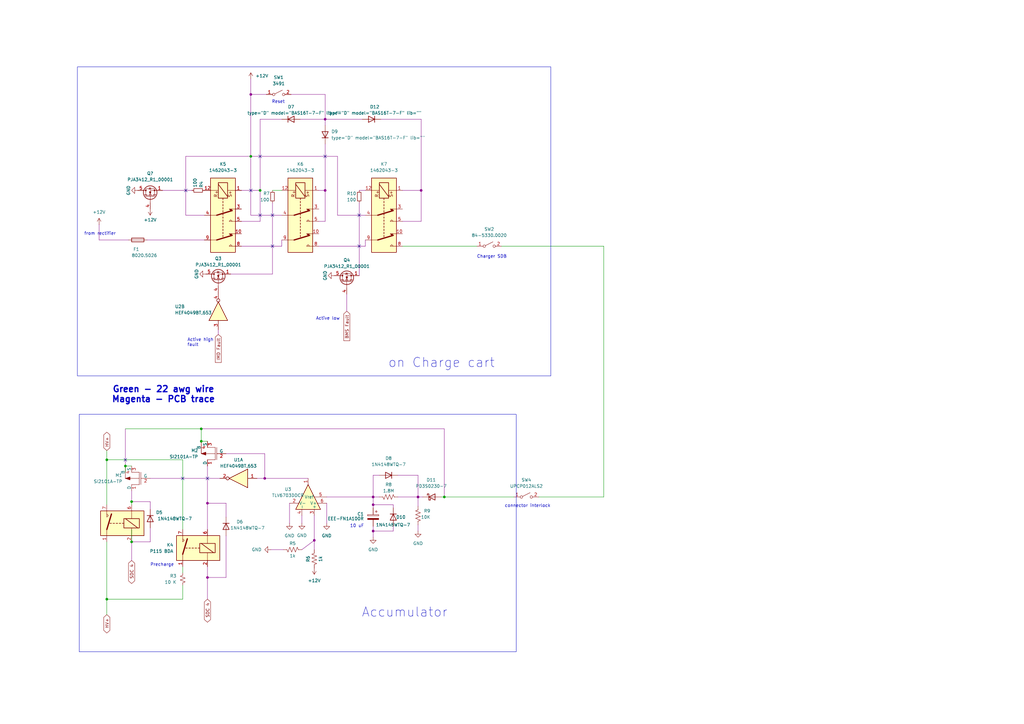
<source format=kicad_sch>
(kicad_sch (version 20231120) (generator "eeschema") (generator_version "8.0")
  (paper "A3")
  (lib_symbols
    (symbol "+12V_1" (power) (pin_numbers hide) (pin_names (offset 0) hide)
      (property "Value" "+12V" (at 0 3.556 0))
      (symbol "+12V_1_0_1"
        (polyline (pts (xy -0.762 1.27) (xy 0 2.54)))
        (polyline (pts (xy 0 0) (xy 0 2.54)))
        (polyline (pts (xy 0 2.54) (xy 0.762 1.27)))
      )
      (symbol "+12V_1_1_1"
        (pin power_in line (at 0 0 90) (length 0) (name "~") (number "1"))
      )
    )
    (symbol "74xx:74AHC04"
      (property "Reference" "U" (at 0 1.27 0))
      (property "Value" "74AHC04" (at 0 -1.27 0))
      (symbol "74AHC04_1_0"
        (polyline (pts (xy -3.81 3.81) (xy -3.81 -3.81) (xy 3.81 0) (xy -3.81 3.81)) (stroke (width 0.254)) (fill (type background)))
        (pin input line (at -7.62 0 0) (length 3.81) (name "~") (number "1"))
        (pin output inverted (at 7.62 0 180) (length 3.81) (name "~") (number "2"))
      )
      (symbol "74AHC04_2_0"
        (polyline (pts (xy -3.81 3.81) (xy -3.81 -3.81) (xy 3.81 0) (xy -3.81 3.81)) (stroke (width 0.254)) (fill (type background)))
        (pin input line (at -7.62 0 0) (length 3.81) (name "~") (number "3"))
        (pin output inverted (at 7.62 0 180) (length 3.81) (name "~") (number "4"))
      )
      (symbol "74AHC04_3_0"
        (polyline (pts (xy -3.81 3.81) (xy -3.81 -3.81) (xy 3.81 0) (xy -3.81 3.81)) (stroke (width 0.254)) (fill (type background)))
        (pin input line (at -7.62 0 0) (length 3.81) (name "~") (number "5"))
        (pin output inverted (at 7.62 0 180) (length 3.81) (name "~") (number "6"))
      )
      (symbol "74AHC04_4_0"
        (polyline (pts (xy -3.81 3.81) (xy -3.81 -3.81) (xy 3.81 0) (xy -3.81 3.81)) (stroke (width 0.254)) (fill (type background)))
        (pin output inverted (at 7.62 0 180) (length 3.81) (name "~") (number "8"))
        (pin input line (at -7.62 0 0) (length 3.81) (name "~") (number "9"))
      )
      (symbol "74AHC04_5_0"
        (polyline (pts (xy -3.81 3.81) (xy -3.81 -3.81) (xy 3.81 0) (xy -3.81 3.81)) (stroke (width 0.254)) (fill (type background)))
        (pin output inverted (at 7.62 0 180) (length 3.81) (name "~") (number "10"))
        (pin input line (at -7.62 0 0) (length 3.81) (name "~") (number "11"))
      )
      (symbol "74AHC04_6_0"
        (polyline (pts (xy -3.81 3.81) (xy -3.81 -3.81) (xy 3.81 0) (xy -3.81 3.81)) (stroke (width 0.254)) (fill (type background)))
        (pin output inverted (at 7.62 0 180) (length 3.81) (name "~") (number "12"))
        (pin input line (at -7.62 0 0) (length 3.81) (name "~") (number "13"))
      )
      (symbol "74AHC04_7_0"
        (pin power_in line (at 0 12.7 270) (length 5.08) (name "VCC") (number "14"))
        (pin power_in line (at 0 -12.7 90) (length 5.08) (name "GND") (number "7"))
      )
      (symbol "74AHC04_7_1"
        (rectangle (start -5.08 7.62) (end 5.08 -7.62) (stroke (width 0.254)) (fill (type background)))
      )
    )
    (symbol "74xx:74AHCT04"
      (property "Reference" "U" (at 0 1.27 0))
      (property "Value" "74AHCT04" (at 0 -1.27 0))
      (symbol "74AHCT04_1_0"
        (polyline (pts (xy -3.81 3.81) (xy -3.81 -3.81) (xy 3.81 0) (xy -3.81 3.81)) (stroke (width 0.254)) (fill (type background)))
        (pin input line (at -7.62 0 0) (length 3.81) (name "~") (number "1"))
        (pin output inverted (at 7.62 0 180) (length 3.81) (name "~") (number "2"))
      )
      (symbol "74AHCT04_2_0"
        (polyline (pts (xy -3.81 3.81) (xy -3.81 -3.81) (xy 3.81 0) (xy -3.81 3.81)) (stroke (width 0.254)) (fill (type background)))
        (pin input line (at -7.62 0 0) (length 3.81) (name "~") (number "3"))
        (pin output inverted (at 7.62 0 180) (length 3.81) (name "~") (number "4"))
      )
      (symbol "74AHCT04_3_0"
        (polyline (pts (xy -3.81 3.81) (xy -3.81 -3.81) (xy 3.81 0) (xy -3.81 3.81)) (stroke (width 0.254)) (fill (type background)))
        (pin input line (at -7.62 0 0) (length 3.81) (name "~") (number "5"))
        (pin output inverted (at 7.62 0 180) (length 3.81) (name "~") (number "6"))
      )
      (symbol "74AHCT04_4_0"
        (polyline (pts (xy -3.81 3.81) (xy -3.81 -3.81) (xy 3.81 0) (xy -3.81 3.81)) (stroke (width 0.254)) (fill (type background)))
        (pin output inverted (at 7.62 0 180) (length 3.81) (name "~") (number "8"))
        (pin input line (at -7.62 0 0) (length 3.81) (name "~") (number "9"))
      )
      (symbol "74AHCT04_5_0"
        (polyline (pts (xy -3.81 3.81) (xy -3.81 -3.81) (xy 3.81 0) (xy -3.81 3.81)) (stroke (width 0.254)) (fill (type background)))
        (pin output inverted (at 7.62 0 180) (length 3.81) (name "~") (number "10"))
        (pin input line (at -7.62 0 0) (length 3.81) (name "~") (number "11"))
      )
      (symbol "74AHCT04_6_0"
        (polyline (pts (xy -3.81 3.81) (xy -3.81 -3.81) (xy 3.81 0) (xy -3.81 3.81)) (stroke (width 0.254)) (fill (type background)))
        (pin output inverted (at 7.62 0 180) (length 3.81) (name "~") (number "12"))
        (pin input line (at -7.62 0 0) (length 3.81) (name "~") (number "13"))
      )
      (symbol "74AHCT04_7_0"
        (pin power_in line (at 0 12.7 270) (length 5.08) (name "VCC") (number "14"))
        (pin power_in line (at 0 -12.7 90) (length 5.08) (name "GND") (number "7"))
      )
      (symbol "74AHCT04_7_1"
        (rectangle (start -5.08 7.62) (end 5.08 -7.62) (stroke (width 0.254)) (fill (type background)))
      )
    )
    (symbol "Comparator:MCP65R41" (pin_names (offset 0.127))
      (property "Reference" "U" (at 1.27 3.81 0))
      (property "Value" "MCP65R41" (at 6.35 -3.81 0))
      (symbol "MCP65R41_0_1"
        (polyline (pts (xy -5.08 5.08) (xy -5.08 -5.08) (xy 5.08 0) (xy -5.08 5.08)) (stroke (width 0.254)) (fill (type background)))
      )
      (symbol "MCP65R41_1_1"
        (pin output line (at 7.62 0 180) (length 2.54) (name "~") (number "1"))
        (pin power_in line (at -2.54 -7.62 90) (length 3.81) (name "V-") (number "2"))
        (pin input line (at -7.62 2.54 0) (length 2.54) (name "+") (number "3"))
        (pin input line (at -7.62 -2.54 0) (length 2.54) (name "-") (number "4"))
        (pin power_out line (at 0 7.62 270) (length 5.08) (name "Vref") (number "5"))
        (pin power_in line (at -2.54 7.62 270) (length 3.81) (name "V+") (number "6"))
      )
    )
    (symbol "Device:C_Polarized" (pin_numbers hide) (pin_names (offset 0.254))
      (property "Reference" "C" (at 0.635 2.54 0))
      (property "Value" "C_Polarized" (at 0.635 -2.54 0))
      (symbol "C_Polarized_0_1"
        (rectangle (start -2.286 0.508) (end 2.286 1.016))
        (polyline (pts (xy -1.778 2.286) (xy -0.762 2.286)))
        (polyline (pts (xy -1.27 2.794) (xy -1.27 1.778)))
        (rectangle (start 2.286 -0.508) (end -2.286 -1.016) (fill (type outline)))
      )
      (symbol "C_Polarized_1_1"
        (pin passive line (at 0 3.81 270) (length 2.794) (name "~") (number "1"))
        (pin passive line (at 0 -3.81 90) (length 2.794) (name "~") (number "2"))
      )
    )
    (symbol "Device:D_Schottky" (pin_numbers hide) (pin_names (offset 1.016) hide)
      (property "Reference" "D" (at 0 2.54 0))
      (property "Value" "D_Schottky" (at 0 -2.54 0))
      (symbol "D_Schottky_0_1"
        (polyline (pts (xy 1.27 0) (xy -1.27 0)))
        (polyline (pts (xy 1.27 1.27) (xy 1.27 -1.27) (xy -1.27 0) (xy 1.27 1.27)) (stroke (width 0.254)))
        (polyline (pts (xy -1.905 0.635) (xy -1.905 1.27) (xy -1.27 1.27) (xy -1.27 -1.27) (xy -0.635 -1.27) (xy -0.635 -0.635)) (stroke (width 0.254)))
      )
      (symbol "D_Schottky_1_1"
        (pin passive line (at -3.81 0 0) (length 2.54) (name "K") (number "1"))
        (pin passive line (at 3.81 0 180) (length 2.54) (name "A") (number "2"))
      )
    )
    (symbol "Device:Fuse" (pin_numbers hide) (pin_names (offset 0))
      (property "Reference" "F" (at 2.032 0 90))
      (property "Value" "Fuse" (at -1.905 0 90))
      (symbol "Fuse_0_1"
        (rectangle (start -0.762 -2.54) (end 0.762 2.54) (stroke (width 0.254)))
        (polyline (pts (xy 0 2.54) (xy 0 -2.54)))
      )
      (symbol "Fuse_1_1"
        (pin passive line (at 0 3.81 270) (length 1.27) (name "~") (number "1"))
        (pin passive line (at 0 -3.81 90) (length 1.27) (name "~") (number "2"))
      )
    )
    (symbol "Device:R_Small" (pin_numbers hide) (pin_names (offset 0.254) hide)
      (property "Reference" "R" (at 0.762 0.508 0))
      (property "Value" "R_Small" (at 0.762 -1.016 0))
      (symbol "R_Small_0_1"
        (rectangle (start -0.762 1.778) (end 0.762 -1.778) (stroke (width 0.2032)))
      )
      (symbol "R_Small_1_1"
        (pin passive line (at 0 2.54 270) (length 0.762) (name "~") (number "1"))
        (pin passive line (at 0 -2.54 90) (length 0.762) (name "~") (number "2"))
      )
    )
    (symbol "Device:R_Small_US" (pin_numbers hide) (pin_names (offset 0.254) hide)
      (property "Reference" "R" (at 0.762 0.508 0))
      (property "Value" "R_Small_US" (at 0.762 -1.016 0))
      (symbol "R_Small_US_1_1"
        (polyline (pts (xy 0 0) (xy 1.016 -0.381) (xy 0 -0.762) (xy -1.016 -1.143) (xy 0 -1.524)))
        (polyline (pts (xy 0 1.524) (xy 1.016 1.143) (xy 0 0.762) (xy -1.016 0.381) (xy 0 0)))
        (pin passive line (at 0 2.54 270) (length 1.016) (name "~") (number "1"))
        (pin passive line (at 0 -2.54 90) (length 1.016) (name "~") (number "2"))
      )
    )
    (symbol "Device:R_US" (pin_numbers hide) (pin_names (offset 0))
      (property "Reference" "R" (at 2.54 0 90))
      (property "Value" "R_US" (at -2.54 0 90))
      (symbol "R_US_0_1"
        (polyline (pts (xy 0 -2.286) (xy 0 -2.54)))
        (polyline (pts (xy 0 2.286) (xy 0 2.54)))
        (polyline (pts (xy 0 -0.762) (xy 1.016 -1.143) (xy 0 -1.524) (xy -1.016 -1.905) (xy 0 -2.286)))
        (polyline (pts (xy 0 0.762) (xy 1.016 0.381) (xy 0 0) (xy -1.016 -0.381) (xy 0 -0.762)))
        (polyline (pts (xy 0 2.286) (xy 1.016 1.905) (xy 0 1.524) (xy -1.016 1.143) (xy 0 0.762)))
      )
      (symbol "R_US_1_1"
        (pin passive line (at 0 3.81 270) (length 1.27) (name "~") (number "1"))
        (pin passive line (at 0 -3.81 90) (length 1.27) (name "~") (number "2"))
      )
    )
    (symbol "Diode:BAV302" (pin_numbers hide) (pin_names hide)
      (property "Reference" "D" (at 0 2.54 0))
      (property "Value" "BAV302" (at 0 -2.54 0))
      (symbol "BAV302_0_1"
        (polyline (pts (xy -1.27 1.27) (xy -1.27 -1.27)) (stroke (width 0.254)))
        (polyline (pts (xy 1.27 0) (xy -1.27 0)))
        (polyline (pts (xy 1.27 1.27) (xy 1.27 -1.27) (xy -1.27 0) (xy 1.27 1.27)) (stroke (width 0.254)))
      )
      (symbol "BAV302_1_1"
        (pin passive line (at -3.81 0 0) (length 2.54) (name "K") (number "1"))
        (pin passive line (at 3.81 0 180) (length 2.54) (name "A") (number "2"))
      )
    )
    (symbol "Relay:DIPxx-1Axx-11x"
      (property "Reference" "K" (at 8.89 3.81 0))
      (property "Value" "DIPxx-1Axx-11x" (at 8.89 1.27 0))
      (symbol "DIPxx-1Axx-11x_0_0"
        (polyline (pts (xy 5.08 5.08) (xy 5.08 2.54) (xy 4.445 3.175) (xy 5.08 3.81)))
      )
      (symbol "DIPxx-1Axx-11x_0_1"
        (rectangle (start -10.16 5.08) (end 7.62 -5.08) (stroke (width 0.254)) (fill (type background)))
        (rectangle (start -8.255 1.905) (end -1.905 -1.905) (stroke (width 0.254)))
        (polyline (pts (xy -7.62 -1.905) (xy -2.54 1.905)) (stroke (width 0.254)))
        (polyline (pts (xy -5.08 -5.08) (xy -5.08 -1.905)))
        (polyline (pts (xy -5.08 5.08) (xy -5.08 1.905)))
        (polyline (pts (xy -1.905 0) (xy -1.27 0)) (stroke (width 0.254)))
        (polyline (pts (xy -0.635 0) (xy 0 0)) (stroke (width 0.254)))
        (polyline (pts (xy 0.635 0) (xy 1.27 0)) (stroke (width 0.254)))
        (polyline (pts (xy 1.905 0) (xy 2.54 0)) (stroke (width 0.254)))
        (polyline (pts (xy 3.175 0) (xy 3.81 0)) (stroke (width 0.254)))
        (polyline (pts (xy 5.08 -2.54) (xy 3.175 3.81)) (stroke (width 0.508)))
        (polyline (pts (xy 5.08 -2.54) (xy 5.08 -5.08)))
      )
      (symbol "DIPxx-1Axx-11x_1_1"
        (pin passive line (at 5.08 -7.62 90) (length 2.54) (name "~") (number "1"))
        (pin passive line (at 5.08 -7.62 90) (length 2.54) hide (name "~") (number "14"))
        (pin passive line (at -5.08 -7.62 90) (length 2.54) (name "~") (number "2"))
        (pin passive line (at -5.08 7.62 270) (length 2.54) (name "~") (number "6"))
        (pin passive line (at 5.08 7.62 270) (length 2.54) (name "~") (number "7"))
        (pin passive line (at 5.08 7.62 270) (length 2.54) hide (name "~") (number "8"))
      )
    )
    (symbol "Relay:EE2-4.5SNUX"
      (property "Reference" "K" (at 15.24 8.89 0))
      (property "Value" "EE2-4.5SNUX" (at 20.32 6.35 0))
      (symbol "EE2-4.5SNUX_1_1"
        (rectangle (start -15.24 5.08) (end 15.24 -5.08) (stroke (width 0.254)) (fill (type background)))
        (rectangle (start -13.335 1.905) (end -6.985 -1.905) (stroke (width 0.254)))
        (polyline (pts (xy -12.7 -1.905) (xy -7.62 1.905)) (stroke (width 0.254)))
        (polyline (pts (xy -10.16 -5.08) (xy -10.16 -1.905)))
        (polyline (pts (xy -10.16 5.08) (xy -10.16 1.905)))
        (polyline (pts (xy -6.985 0) (xy -6.35 0)) (stroke (width 0.254)))
        (polyline (pts (xy -5.715 0) (xy -5.08 0)) (stroke (width 0.254)))
        (polyline (pts (xy -4.445 0) (xy -3.81 0)) (stroke (width 0.254)))
        (polyline (pts (xy -3.175 0) (xy -2.54 0)) (stroke (width 0.254)))
        (polyline (pts (xy -1.905 0) (xy -1.27 0)) (stroke (width 0.254)))
        (polyline (pts (xy -0.635 0) (xy 0 0)) (stroke (width 0.254)))
        (polyline (pts (xy 0 -2.54) (xy -1.905 3.81)) (stroke (width 0.508)))
        (polyline (pts (xy 0 -2.54) (xy 0 -5.08)))
        (polyline (pts (xy 0.635 0) (xy 1.27 0)) (stroke (width 0.254)))
        (polyline (pts (xy 1.905 0) (xy 2.54 0)) (stroke (width 0.254)))
        (polyline (pts (xy 3.175 0) (xy 3.81 0)) (stroke (width 0.254)))
        (polyline (pts (xy 4.445 0) (xy 5.08 0)) (stroke (width 0.254)))
        (polyline (pts (xy 5.715 0) (xy 6.35 0)) (stroke (width 0.254)))
        (polyline (pts (xy 6.985 0) (xy 7.62 0)) (stroke (width 0.254)))
        (polyline (pts (xy 8.255 0) (xy 8.89 0)) (stroke (width 0.254)))
        (polyline (pts (xy 10.16 -2.54) (xy 8.255 3.81)) (stroke (width 0.508)))
        (polyline (pts (xy 10.16 -2.54) (xy 10.16 -5.08)))
        (polyline (pts (xy -2.54 5.08) (xy -2.54 2.54) (xy -1.905 3.175) (xy -2.54 3.81)) (fill (type outline)))
        (polyline (pts (xy 2.54 5.08) (xy 2.54 2.54) (xy 1.905 3.175) (xy 2.54 3.81)))
        (polyline (pts (xy 7.62 5.08) (xy 7.62 2.54) (xy 8.255 3.175) (xy 7.62 3.81)) (fill (type outline)))
        (polyline (pts (xy 12.7 5.08) (xy 12.7 2.54) (xy 12.065 3.175) (xy 12.7 3.81)))
        (text "+" (at -9.398 -2.667 0) (effects (font (size 1.27 1.27))))
        (text "+" (at -9.271 2.921 0) (effects (font (size 1.27 1.27))))
        (text "R" (at -8.001 -2.921 0) (effects (font (size 1.27 1.27))))
        (text "S" (at -8.001 2.921 0) (effects (font (size 1.27 1.27))))
        (pin passive line (at -10.16 7.62 270) (length 2.54) (name "~") (number "1"))
        (pin passive line (at 7.62 7.62 270) (length 2.54) (name "~") (number "10"))
        (pin passive line (at -10.16 -7.62 90) (length 2.54) (name "~") (number "12"))
        (pin passive line (at -2.54 7.62 270) (length 2.54) (name "~") (number "3"))
        (pin passive line (at 0 -7.62 90) (length 2.54) (name "~") (number "4"))
        (pin passive line (at 2.54 7.62 270) (length 2.54) (name "~") (number "5"))
        (pin passive line (at 12.7 7.62 270) (length 2.54) (name "~") (number "8"))
        (pin passive line (at 10.16 -7.62 90) (length 2.54) (name "~") (number "9"))
      )
    )
    (symbol "Simulation_SPICE:DIODE" (pin_numbers hide) (pin_names (offset 1.016) hide)
      (property "Reference" "D" (at 0 2.54 0))
      (property "Value" "DIODE" (at 0 -2.54 0))
      (symbol "DIODE_0_1"
        (polyline (pts (xy 1.27 0) (xy -1.27 0)))
        (polyline (pts (xy 1.27 1.27) (xy 1.27 -1.27)) (stroke (width 0.254)))
        (polyline (pts (xy -1.27 -1.27) (xy -1.27 1.27) (xy 1.27 0) (xy -1.27 -1.27)) (stroke (width 0.254)))
      )
      (symbol "DIODE_1_1"
        (pin passive line (at -3.81 0 0) (length 2.54) (name "A") (number "1"))
        (pin passive line (at 3.81 0 180) (length 2.54) (name "K") (number "2"))
      )
    )
    (symbol "Switch:SW_SPST" (pin_names (offset 0) hide)
      (property "Reference" "SW" (at 0 3.175 0))
      (property "Value" "SW_SPST" (at 0 -2.54 0))
      (symbol "SW_SPST_0_0"
        (circle (center -2.032 0) (radius 0.508))
        (polyline (pts (xy -1.524 0.254) (xy 1.524 1.778)))
        (circle (center 2.032 0) (radius 0.508))
      )
      (symbol "SW_SPST_1_1"
        (pin passive line (at -5.08 0 0) (length 2.54) (name "A") (number "1"))
        (pin passive line (at 5.08 0 180) (length 2.54) (name "B") (number "2"))
      )
    )
    (symbol "Transistor_FET:BUK7M8R0-40EX" (pin_names hide)
      (property "Reference" "Q" (at 5.08 1.905 0))
      (property "Value" "BUK7M8R0-40EX" (at 5.08 0 0))
      (symbol "BUK7M8R0-40EX_0_1"
        (polyline (pts (xy 0.254 0) (xy -2.54 0)))
        (polyline (pts (xy 0.254 1.905) (xy 0.254 -1.905)) (stroke (width 0.254)))
        (polyline (pts (xy 0.762 -1.27) (xy 0.762 -2.286)) (stroke (width 0.254)))
        (polyline (pts (xy 0.762 0.508) (xy 0.762 -0.508)) (stroke (width 0.254)))
        (polyline (pts (xy 0.762 2.286) (xy 0.762 1.27)) (stroke (width 0.254)))
        (polyline (pts (xy 2.54 2.54) (xy 2.54 1.778)))
        (polyline (pts (xy 2.54 -2.54) (xy 2.54 0) (xy 0.762 0)))
        (polyline (pts (xy 0.762 -1.778) (xy 3.302 -1.778) (xy 3.302 1.778) (xy 0.762 1.778)))
        (polyline (pts (xy 1.016 0) (xy 2.032 0.381) (xy 2.032 -0.381) (xy 1.016 0)) (fill (type outline)))
        (polyline (pts (xy 2.794 0.508) (xy 2.921 0.381) (xy 3.683 0.381) (xy 3.81 0.254)))
        (polyline (pts (xy 3.302 0.381) (xy 2.921 -0.254) (xy 3.683 -0.254) (xy 3.302 0.381)))
        (circle (center 1.651 0) (radius 2.794) (stroke (width 0.254)))
        (circle (center 2.54 -1.778) (radius 0.254) (fill (type outline)))
        (circle (center 2.54 1.778) (radius 0.254) (fill (type outline)))
      )
      (symbol "BUK7M8R0-40EX_1_1"
        (pin passive line (at 2.54 -5.08 90) (length 2.54) (name "S") (number "1"))
        (pin passive line (at 2.54 -5.08 90) (length 2.54) hide (name "S") (number "2"))
        (pin passive line (at 2.54 -5.08 90) (length 2.54) hide (name "S") (number "3"))
        (pin passive line (at -5.08 0 0) (length 2.54) (name "G") (number "4"))
        (pin passive line (at 2.54 5.08 270) (length 2.54) (name "D") (number "5"))
      )
    )
    (symbol "power:+12V" (power) (pin_names (offset 0))
      (property "Value" "+12V" (at 0 3.556 0))
      (symbol "+12V_0_1"
        (polyline (pts (xy -0.762 1.27) (xy 0 2.54)))
        (polyline (pts (xy 0 0) (xy 0 2.54)))
        (polyline (pts (xy 0 2.54) (xy 0.762 1.27)))
      )
      (symbol "+12V_1_1"
        (pin power_in line (at 0 0 90) (length 0) hide (name "+12V") (number "1"))
      )
    )
    (symbol "power:+5V" (power) (pin_names (offset 0))
      (property "Value" "+5V" (at 0 3.556 0))
      (symbol "+5V_0_1"
        (polyline (pts (xy -0.762 1.27) (xy 0 2.54)))
        (polyline (pts (xy 0 0) (xy 0 2.54)))
        (polyline (pts (xy 0 2.54) (xy 0.762 1.27)))
      )
      (symbol "+5V_1_1"
        (pin power_in line (at 0 0 90) (length 0) hide (name "+5V") (number "1"))
      )
    )
    (symbol "power:GND" (power) (pin_names (offset 0))
      (property "Value" "GND" (at 0 -3.81 0))
      (symbol "GND_0_1"
        (polyline (pts (xy 0 0) (xy 0 -1.27) (xy 1.27 -1.27) (xy 0 -2.54) (xy -1.27 -1.27) (xy 0 -1.27)))
      )
      (symbol "GND_1_1"
        (pin power_in line (at 0 0 270) (length 0) hide (name "GND") (number "1"))
      )
    )
    (symbol "pspice:MPMOS" (pin_names (offset 0))
      (property "Reference" "M" (at 7.62 1.27 0))
      (property "Value" "MPMOS" (at 7.62 -1.27 0))
      (symbol "MPMOS_0_1"
        (polyline (pts (xy -1.27 2.54) (xy -1.27 -2.54)))
        (polyline (pts (xy -0.635 -2.54) (xy 2.54 -2.54)))
        (polyline (pts (xy 2.54 2.54) (xy -0.635 2.54)))
        (polyline (pts (xy 5.08 0) (xy -0.635 0)))
        (polyline (pts (xy 5.08 0) (xy 3.175 0.635) (xy 3.175 -0.635) (xy 5.08 0)) (fill (type outline)))
      )
      (symbol "MPMOS_1_1"
        (polyline (pts (xy -0.635 -2.54) (xy -0.635 2.54)))
        (pin passive line (at 2.54 -5.08 90) (length 2.54) (name "D") (number "1"))
        (pin input line (at -5.08 0 0) (length 3.81) (name "G") (number "2"))
        (pin passive line (at 2.54 5.08 270) (length 2.54) (name "S") (number "3"))
        (pin input line (at 5.08 5.08 270) (length 5.08) (name "B") (number "4"))
      )
    )
  )
  (junction (at 82.55 180.975))
  (junction (at 133.35 48.895) (color 132 0 132 1))
  (junction (at 85.09 236.855) (color 132 0 132 1))
  (junction (at 128.905 221.615) (color 132 0 132 1))
  (junction (at 106.68 78.105))
  (junction (at 171.45 203.835) (color 132 0 132 1))
  (junction (at 153.035 207.01) (color 132 0 132 1))
  (junction (at 43.815 188.595))
  (junction (at 43.815 245.745))
  (junction (at 172.72 78.105) (color 132 0 132 1))
  (junction (at 182.245 203.835))
  (junction (at 51.435 191.135))
  (junction (at 53.975 205.74))
  (junction (at 53.975 222.25))
  (junction (at 153.035 217.805) (color 132 0 132 1))
  (junction (at 102.87 64.135))
  (junction (at 82.55 175.895))
  (junction (at 85.09 206.375) (color 132 0 132 1))
  (junction (at 153.035 203.835) (color 132 0 132 1))
  (junction (at 108.585 196.215) (color 132 0 132 1))
  (junction (at 133.35 78.105) (color 132 0 132 1))
  (junction (at 102.87 38.735) (color 132 0 132 1))
  (no_connect (at 74.93 196.215))
  (no_connect (at 102.87 78.105))
  (no_connect (at 76.2 78.105))
  (no_connect (at 85.09 196.215))
  (no_connect (at 147.32 100.965))
  (no_connect (at 147.32 88.265))
  (no_connect (at 51.435 188.595))
  (no_connect (at 111.76 88.265))
  (no_connect (at 133.35 64.135))
  (no_connect (at 106.68 64.135))
  (no_connect (at 111.76 100.965))
  (no_connect (at 106.68 88.265))
  (wire (pts (xy 102.87 64.135) (xy 138.43 64.135)) (stroke (width 0) (color 132 0 132 1)))
  (wire (pts (xy 115.57 100.965) (xy 115.57 98.425)) (stroke (width 0) (color 132 0 132 1)))
  (wire (pts (xy 40.64 92.075) (xy 40.64 98.425)) (stroke (width 0) (color 132 0 132 1)))
  (wire (pts (xy 220.98 203.835) (xy 247.65 203.835)))
  (wire (pts (xy 133.35 48.895) (xy 123.19 48.895)) (stroke (width 0) (color 132 0 132 1)))
  (wire (pts (xy 115.57 48.895) (xy 106.68 48.895)) (stroke (width 0) (color 132 0 132 1)))
  (wire (pts (xy 205.74 100.965) (xy 247.65 100.965)))
  (wire (pts (xy 40.64 98.425) (xy 52.705 98.425)) (stroke (width 0) (color 132 0 132 1)))
  (wire (pts (xy 43.815 184.785) (xy 43.815 188.595)))
  (wire (pts (xy 182.245 175.895) (xy 82.55 175.895)) (stroke (width 0) (color 132 0 132 1)))
  (wire (pts (xy 108.585 186.055) (xy 108.585 196.215)) (stroke (width 0) (color 132 0 132 1)))
  (wire (pts (xy 161.29 217.805) (xy 153.035 217.805)) (stroke (width 0) (color 132 0 132 1)))
  (wire (pts (xy 85.09 236.855) (xy 85.09 245.745)) (stroke (width 0) (color 132 0 132 1)))
  (wire (pts (xy 142.24 120.65) (xy 142.24 127.635)) (stroke (width 0) (color 132 0 132 1)))
  (wire (pts (xy 138.43 88.265) (xy 149.86 88.265)) (stroke (width 0) (color 132 0 132 1)))
  (wire (pts (xy 165.1 90.805) (xy 172.72 90.805)) (stroke (width 0) (color 132 0 132 1)))
  (wire (pts (xy 82.55 175.895) (xy 51.435 175.895)))
  (wire (pts (xy 161.29 207.01) (xy 153.035 207.01)) (stroke (width 0) (color 132 0 132 1)))
  (wire (pts (xy 116.205 225.425) (xy 111.125 225.425)) (stroke (width 0) (color 132 0 132 1)))
  (wire (pts (xy 74.93 245.745) (xy 43.815 245.745)))
  (wire (pts (xy 43.815 222.25) (xy 43.815 245.745)))
  (wire (pts (xy 153.035 207.01) (xy 153.035 208.28)) (stroke (width 0) (color 132 0 132 1)))
  (wire (pts (xy 53.975 222.25) (xy 53.975 229.87)) (stroke (width 0) (color 132 0 132 1)))
  (wire (pts (xy 111.76 83.185) (xy 111.76 112.395)) (stroke (width 0) (color 132 0 132 1)))
  (wire (pts (xy 153.035 194.945) (xy 155.575 194.945)) (stroke (width 0) (color 132 0 132 1)))
  (wire (pts (xy 171.45 194.945) (xy 171.45 203.835)) (stroke (width 0) (color 132 0 132 1)))
  (wire (pts (xy 102.87 64.135) (xy 102.87 88.265)) (stroke (width 0) (color 132 0 132 1)))
  (wire (pts (xy 171.45 215.265) (xy 171.45 217.805)) (stroke (width 0) (color 132 0 132 1)))
  (wire (pts (xy 153.035 203.835) (xy 153.035 194.945)) (stroke (width 0) (color 132 0 132 1)))
  (wire (pts (xy 165.1 100.965) (xy 195.58 100.965)))
  (wire (pts (xy 74.93 232.41) (xy 74.93 234.95)))
  (wire (pts (xy 172.72 78.105) (xy 165.1 78.105)) (stroke (width 0) (color 132 0 132 1)))
  (wire (pts (xy 61.595 205.74) (xy 53.975 205.74)) (stroke (width 0) (color 132 0 132 1)))
  (wire (pts (xy 149.86 100.965) (xy 149.86 98.425)) (stroke (width 0) (color 132 0 132 1)))
  (wire (pts (xy 133.35 90.805) (xy 133.35 78.105)) (stroke (width 0) (color 132 0 132 1)))
  (wire (pts (xy 153.035 207.01) (xy 153.035 203.835)) (stroke (width 0) (color 132 0 132 1)))
  (wire (pts (xy 106.68 90.805) (xy 106.68 78.105)) (stroke (width 0) (color 132 0 132 1)))
  (wire (pts (xy 53.975 205.74) (xy 53.975 201.295)) (stroke (width 0) (color 132 0 132 1)))
  (wire (pts (xy 133.35 59.055) (xy 133.35 78.105)) (stroke (width 0) (color 132 0 132 1)))
  (wire (pts (xy 128.905 221.615) (xy 123.825 225.425)) (stroke (width 0) (color 132 0 132 1)))
  (wire (pts (xy 153.035 203.835) (xy 133.985 203.835)) (stroke (width 0) (color 132 0 132 1)))
  (wire (pts (xy 133.35 48.895) (xy 133.35 51.435)) (stroke (width 0) (color 132 0 132 1)))
  (wire (pts (xy 119.38 38.735) (xy 133.35 38.735)) (stroke (width 0) (color 132 0 132 1)))
  (wire (pts (xy 182.245 203.835) (xy 210.82 203.835)))
  (wire (pts (xy 138.43 64.135) (xy 138.43 88.265)) (stroke (width 0) (color 132 0 132 1)))
  (wire (pts (xy 147.32 78.105) (xy 149.86 78.105)) (stroke (width 0) (color 132 0 132 1)))
  (wire (pts (xy 172.72 90.805) (xy 172.72 78.105)) (stroke (width 0) (color 132 0 132 1)))
  (wire (pts (xy 53.975 222.25) (xy 61.595 222.25)) (stroke (width 0) (color 132 0 132 1)))
  (wire (pts (xy 53.975 217.17) (xy 53.975 222.25)))
  (wire (pts (xy 61.595 222.25) (xy 61.595 216.535)) (stroke (width 0) (color 132 0 132 1)))
  (wire (pts (xy 102.87 32.385) (xy 102.87 38.735)) (stroke (width 0) (color 132 0 132 1)))
  (wire (pts (xy 126.365 196.215) (xy 108.585 196.215)) (stroke (width 0) (color 132 0 132 1)))
  (wire (pts (xy 247.65 100.965) (xy 247.65 203.835)))
  (wire (pts (xy 102.87 88.265) (xy 115.57 88.265)) (stroke (width 0) (color 132 0 132 1)))
  (wire (pts (xy 153.035 217.805) (xy 153.035 220.345)) (stroke (width 0) (color 132 0 132 1)))
  (wire (pts (xy 51.435 191.135) (xy 51.435 193.675)))
  (wire (pts (xy 106.68 78.105) (xy 99.06 78.105)) (stroke (width 0) (color 132 0 132 1)))
  (wire (pts (xy 102.87 64.135) (xy 76.2 64.135)) (stroke (width 0) (color 132 0 132 1)))
  (wire (pts (xy 92.71 236.855) (xy 85.09 236.855)) (stroke (width 0) (color 132 0 132 1)))
  (wire (pts (xy 111.76 112.395) (xy 94.615 112.395)) (stroke (width 0) (color 132 0 132 1)))
  (wire (pts (xy 133.985 206.375) (xy 133.985 214.63)) (stroke (width 0) (color 132 0 132 1)))
  (wire (pts (xy 85.09 206.375) (xy 85.09 217.17)) (stroke (width 0) (color 132 0 132 1)))
  (wire (pts (xy 76.2 64.135) (xy 76.2 88.265)) (stroke (width 0) (color 132 0 132 1)))
  (wire (pts (xy 89.535 135.255) (xy 89.535 137.16)) (stroke (width 0) (color 132 0 132 1)))
  (wire (pts (xy 74.93 188.595) (xy 74.93 217.17)))
  (wire (pts (xy 43.815 188.595) (xy 43.815 207.01)))
  (wire (pts (xy 171.45 203.835) (xy 171.45 207.645)) (stroke (width 0) (color 132 0 132 1)))
  (wire (pts (xy 108.585 196.215) (xy 105.41 196.215)) (stroke (width 0) (color 132 0 132 1)))
  (wire (pts (xy 161.29 207.01) (xy 161.29 208.28)) (stroke (width 0) (color 132 0 132 1)))
  (wire (pts (xy 128.905 211.455) (xy 128.905 221.615)) (stroke (width 0) (color 132 0 132 1)))
  (wire (pts (xy 130.81 100.965) (xy 149.86 100.965)) (stroke (width 0) (color 132 0 132 1)))
  (wire (pts (xy 133.35 48.895) (xy 148.59 48.895)) (stroke (width 0) (color 132 0 132 1)))
  (wire (pts (xy 182.245 175.895) (xy 182.245 203.835)) (stroke (width 0) (color 132 0 132 1)))
  (wire (pts (xy 182.245 203.835) (xy 180.975 203.835)))
  (wire (pts (xy 78.74 78.105) (xy 66.675 78.105)) (stroke (width 0) (color 132 0 132 1)))
  (wire (pts (xy 106.68 48.895) (xy 106.68 78.105)) (stroke (width 0) (color 132 0 132 1)))
  (wire (pts (xy 102.87 38.735) (xy 109.22 38.735)) (stroke (width 0) (color 132 0 132 1)))
  (wire (pts (xy 92.71 206.375) (xy 85.09 206.375)) (stroke (width 0) (color 132 0 132 1)))
  (wire (pts (xy 43.815 245.745) (xy 43.815 252.095)))
  (wire (pts (xy 74.93 240.03) (xy 74.93 245.745)))
  (wire (pts (xy 171.45 203.835) (xy 163.195 203.835)) (stroke (width 0) (color 132 0 132 1)))
  (wire (pts (xy 99.06 100.965) (xy 115.57 100.965)) (stroke (width 0) (color 132 0 132 1)))
  (wire (pts (xy 85.09 232.41) (xy 85.09 236.855)) (stroke (width 0) (color 132 0 132 1)))
  (wire (pts (xy 128.905 221.615) (xy 128.905 225.425)) (stroke (width 0) (color 132 0 132 1)))
  (wire (pts (xy 153.035 217.805) (xy 153.035 215.9)) (stroke (width 0) (color 132 0 132 1)))
  (wire (pts (xy 60.325 98.425) (xy 83.82 98.425)) (stroke (width 0) (color 132 0 132 1)))
  (wire (pts (xy 123.825 211.455) (xy 123.825 214.5487)) (stroke (width 0) (color 132 0 132 1)))
  (wire (pts (xy 173.355 203.835) (xy 171.45 203.835)) (stroke (width 0) (color 132 0 132 1)))
  (wire (pts (xy 53.975 205.74) (xy 53.975 207.01)))
  (wire (pts (xy 133.35 78.105) (xy 130.81 78.105)) (stroke (width 0) (color 132 0 132 1)))
  (wire (pts (xy 156.21 48.895) (xy 172.72 48.895)) (stroke (width 0) (color 132 0 132 1)))
  (wire (pts (xy 99.06 90.805) (xy 106.68 90.805)) (stroke (width 0) (color 132 0 132 1)))
  (wire (pts (xy 133.35 38.735) (xy 133.35 48.895)) (stroke (width 0) (color 132 0 132 1)))
  (wire (pts (xy 51.435 175.895) (xy 51.435 191.135)) (stroke (width 0) (color 132 0 132 1)))
  (wire (pts (xy 102.87 38.735) (xy 102.87 64.135)) (stroke (width 0) (color 132 0 132 1)))
  (wire (pts (xy 74.93 188.595) (xy 43.815 188.595)))
  (wire (pts (xy 161.29 217.805) (xy 161.29 215.9)) (stroke (width 0) (color 132 0 132 1)))
  (wire (pts (xy 85.09 180.975) (xy 82.55 180.975)))
  (wire (pts (xy 85.09 191.135) (xy 85.09 206.375)) (stroke (width 0) (color 132 0 132 1)))
  (wire (pts (xy 90.17 196.215) (xy 61.595 196.215)) (stroke (width 0) (color 132 0 132 1)))
  (wire (pts (xy 92.71 236.855) (xy 92.71 219.71)) (stroke (width 0) (color 132 0 132 1)))
  (wire (pts (xy 111.76 78.105) (xy 115.57 78.105)))
  (wire (pts (xy 61.595 208.915) (xy 61.595 205.74)) (stroke (width 0) (color 132 0 132 1)))
  (wire (pts (xy 172.72 48.895) (xy 172.72 78.105)) (stroke (width 0) (color 132 0 132 1)))
  (wire (pts (xy 92.71 212.09) (xy 92.71 206.375)) (stroke (width 0) (color 132 0 132 1)))
  (wire (pts (xy 82.55 175.895) (xy 82.55 180.975)))
  (wire (pts (xy 155.575 203.835) (xy 153.035 203.835)) (stroke (width 0) (color 132 0 132 1)))
  (wire (pts (xy 163.195 194.945) (xy 171.45 194.945)) (stroke (width 0) (color 132 0 132 1)))
  (wire (pts (xy 118.745 206.375) (xy 118.745 214.63)) (stroke (width 0) (color 132 0 132 1)))
  (wire (pts (xy 108.585 186.055) (xy 92.71 186.055)) (stroke (width 0) (color 132 0 132 1)))
  (wire (pts (xy 147.32 83.185) (xy 147.32 113.03)) (stroke (width 0) (color 132 0 132 1)))
  (wire (pts (xy 76.2 88.265) (xy 83.82 88.265)) (stroke (width 0) (color 132 0 132 1)))
  (wire (pts (xy 53.975 191.135) (xy 51.435 191.135)))
  (wire (pts (xy 130.81 90.805) (xy 133.35 90.805)) (stroke (width 0) (color 132 0 132 1)))
  (rectangle (start 32.512 169.926) (end 211.709 267.335))
  (rectangle (start 31.75 27.432) (end 225.933 154.178))
  (text "Active high\nfault" (at 76.835 142.24 0) (effects (font (size 1.27 1.27)) (justify left bottom)))
  (text "from rectifier" (at 41.021 95.885 0) (effects (font (size 1.27 1.27))))
  (text "10 uF\n" (at 143.51 216.535 0) (effects (font (size 1.27 1.27)) (justify left bottom)))
  (text "on Charge cart" (at 181.102 148.844 0) (effects (font (size 3.81 3.81))))
  (text "Charger SDB\n" (at 195.58 106.045 0) (effects (font (size 1.27 1.27)) (justify left bottom)))
  (text "connector interlock" (at 216.408 207.518 0) (effects (font (size 1.27 1.27))))
  (text "Active low" (at 129.54 131.445 0) (effects (font (size 1.27 1.27)) (justify left bottom)))
  (text "Green - 22 awg wire\nMagenta - PCB trace" (at 67.056 161.798 0) (effects (font (size 2.54 2.54) (thickness 0.508) (bold yes))))
  (text "Accumulator" (at 165.989 251.206 0) (effects (font (size 3.81 3.81))))
  (text "Precharge\n" (at 61.595 232.41 0) (effects (font (size 1.27 1.27)) (justify left bottom)))
  (text "Reset\n" (at 116.84 42.545 0) (effects (font (size 1.27 1.27)) (justify right bottom)))
  (global_label "SDC 4" (shape bidirectional) (at 53.975 229.87 270) (property "Intersheetrefs" "${INTERSHEET_REFS}" (effects (hide yes))))
  (global_label "HV+" (shape bidirectional) (at 43.815 184.785 90) (property "Intersheetrefs" "${INTERSHEET_REFS}" (effects (hide yes))))
  (global_label "SDC 4" (shape bidirectional) (at 85.09 245.745 270) (property "Intersheetrefs" "${INTERSHEET_REFS}" (effects (hide yes))))
  (global_label "IMD Fault" (shape input) (at 89.535 137.16 270) (property "Intersheetrefs" "${INTERSHEET_REFS}" (effects (hide yes))))
  (global_label "HV+" (shape bidirectional) (at 43.815 252.095 270) (property "Intersheetrefs" "${INTERSHEET_REFS}" (effects (hide yes))))
  (global_label "BMS Fault" (shape input) (at 142.24 127.635 270) (property "Intersheetrefs" "${INTERSHEET_REFS}" (effects (hide yes))))
  (symbol (lib_id "power:GND") (at 84.455 112.395 270) (unit 1)
    (property "Reference" "#PWR02" (effects (hide yes)))
    (property "Value" "GND" (at 80.645 112.395 0))
  )
  (symbol (lib_id "Device:R_US") (at 128.905 229.235 0) (mirror y) (unit 1)
    (property "Reference" "R6" (at 126.365 229.235 90))
    (property "Value" "1k" (at 131.445 229.235 90))
    (property "Footprint" "Resistor_SMD:R_4020_10251Metric" (effects (hide yes)))
    (property "Datasheet" "https://www.te.com/commerce/DocumentDelivery/DDEController?Action=srchrtrv&DocNm=1773204-7&DocType=DS&DocLang=English" (effects (hide yes)))
  )
  (symbol (lib_id "Transistor_FET:BUK7M8R0-40EX") (at 142.24 115.57 90) (unit 1)
    (property "Reference" "Q4" (at 142.24 106.68 90))
    (property "Value" "PJA3412_R1_00001" (at 142.24 109.22 90))
    (property "Footprint" "Package_TO_SOT_SMD:LFPAK33" (effects (hide yes)))
    (property "Datasheet" "https://assets.nexperia.com/documents/data-sheet/BUK7M8R0-40E.pdf" (effects (hide yes)))
  )
  (symbol (lib_id "Device:R_Small") (at 111.76 80.645 0) (unit 1)
    (property "Reference" "R7" (at 107.95 79.375 0) (effects (justify left)))
    (property "Value" "100" (at 106.68 81.915 0) (effects (justify left)))
  )
  (symbol (lib_id "Relay:DIPxx-1Axx-11x") (at 80.01 224.79 0) (mirror y) (unit 1)
    (property "Reference" "K4" (at 71.12 223.5199 0) (effects (justify left)))
    (property "Value" "P115 BDA" (at 71.12 226.0599 0) (effects (justify left)))
    (property "Footprint" "Relay_THT:Relay_StandexMeder_DIP_LowProfile" (effects (hide yes)))
    (property "Datasheet" "https://www.sensata.com/sites/default/files/a/sensata-gigavac-gv24-sereies-800v-contactors-datasheet.pdf" (effects (hide yes)))
  )
  (symbol (lib_id "Relay:EE2-4.5SNUX") (at 123.19 88.265 270) (unit 1)
    (property "Reference" "K6" (at 123.19 67.31 90))
    (property "Value" "1462043-3" (at 123.19 69.85 90))
    (property "Footprint" "Relay_SMD:Relay_DPDT_Kemet_EE2_NUX_NKX" (effects (hide yes)))
    (property "Datasheet" "https://content.kemet.com/datasheets/KEM_R7002_EC2_EE2.pdf" (effects (hide yes)))
  )
  (symbol (lib_id "power:GND") (at 111.125 225.425 270) (mirror x) (unit 1)
    (property "Reference" "#PWR01" (effects (hide yes)))
    (property "Value" "GND" (at 107.315 225.4249 90) (effects (justify right)))
  )
  (symbol (lib_id "power:GND") (at 153.035 220.345 0) (mirror y) (unit 1)
    (property "Reference" "#PWR011" (effects (hide yes)))
    (property "Value" "GND" (at 153.035 225.425 0))
  )
  (symbol (lib_id "74xx:74AHCT04") (at 97.79 196.215 0) (mirror y) (unit 1)
    (property "Reference" "U1" (at 97.79 188.595 0))
    (property "Value" "HEF4049BT,653" (at 97.79 191.135 0))
    (property "Footprint" "Connector_PinSocket_1.27mm:PinSocket_2x08_P1.27mm_Vertical_SMD" (effects (hide yes)))
    (property "Datasheet" "https://assets.nexperia.com/documents/data-sheet/74AHC_AHCT04.pdf" (effects (hide yes)))
  )
  (symbol (lib_id "Diode:BAV302") (at 161.29 212.09 270) (unit 1)
    (property "Reference" "D10" (at 166.37 212.09 90) (effects (justify right)))
    (property "Value" "1N4148WTQ-7" (at 168.275 215.265 90) (effects (justify right)))
    (property "Footprint" "Diode_SMD:D_SOD-523" (effects (hide yes)))
    (property "Datasheet" "https://www.diodes.com/assets/Datasheets/1N4148WT.pdf" (effects (hide yes)))
  )
  (symbol (lib_id "Device:R_Small") (at 81.28 78.105 270) (unit 1)
    (property "Reference" "R4" (at 82.55 74.295 0) (effects (justify left)))
    (property "Value" "100" (at 80.01 73.025 0) (effects (justify left)))
  )
  (symbol (lib_id "power:GND") (at 56.515 78.105 270) (unit 1)
    (property "Reference" "#PWR?" (effects (hide yes)))
    (property "Value" "GND" (at 52.705 78.105 0))
  )
  (symbol (lib_id "Switch:SW_SPST") (at 114.3 38.735 0) (unit 1)
    (property "Reference" "SW1" (at 114.3 31.75 0))
    (property "Value" "3491" (at 114.3 34.29 0))
  )
  (symbol (lib_id "Relay:EE2-4.5SNUX") (at 157.48 88.265 270) (unit 1)
    (property "Reference" "K7" (at 157.48 67.31 90))
    (property "Value" "1462043-3" (at 157.48 69.85 90))
    (property "Footprint" "Relay_SMD:Relay_DPDT_Kemet_EE2_NUX_NKX" (effects (hide yes)))
    (property "Datasheet" "https://content.kemet.com/datasheets/KEM_R7002_EC2_EE2.pdf" (effects (hide yes)))
  )
  (symbol (lib_name "+12V_1") (lib_id "power:+12V") (at 40.64 92.075 0) (unit 1)
    (property "Reference" "#PWR03" (effects (hide yes)))
    (property "Value" "+12V" (at 40.64 86.995 0))
    (property "Description" "Power symbol creates a global label with name \"+12V\"" (effects (hide yes)))
  )
  (symbol (lib_id "power:+5V") (at 102.87 32.385 0) (unit 1)
    (property "Reference" "#PWR07" (effects (hide yes)))
    (property "Value" "+12V" (at 104.775 31.1149 0) (effects (justify left)))
  )
  (symbol (lib_id "power:GND") (at 137.16 113.03 270) (unit 1)
    (property "Reference" "#PWR012" (effects (hide yes)))
    (property "Value" "GND" (at 133.35 113.03 0))
  )
  (symbol (lib_id "Device:R_US") (at 120.015 225.425 270) (mirror x) (unit 1)
    (property "Reference" "R5" (at 120.015 222.885 90))
    (property "Value" "1k" (at 120.015 227.965 90))
    (property "Footprint" "Resistor_SMD:R_4020_10251Metric" (effects (hide yes)))
    (property "Datasheet" "https://www.te.com/commerce/DocumentDelivery/DDEController?Action=srchrtrv&DocNm=1773204-7&DocType=DS&DocLang=English" (effects (hide yes)))
  )
  (symbol (lib_id "Device:C_Polarized") (at 153.035 212.09 0) (mirror y) (unit 1)
    (property "Reference" "C1" (at 149.225 210.82 0) (effects (justify left)))
    (property "Value" "EEE-FN1A100R" (at 149.225 212.725 0) (effects (justify left)))
    (property "Footprint" "Capacitor_SMD:C_Elec_4x5.8" (effects (hide yes)))
    (property "Datasheet" "https://api.pim.na.industrial.panasonic.com/file_stream/main/fileversion/9127" (effects (hide yes)))
  )
  (symbol (lib_id "pspice:MPMOS") (at 87.63 186.055 0) (mirror y) (unit 1)
    (property "Reference" "M2" (at 81.28 184.7849 0) (effects (justify left)))
    (property "Value" "SI2101A-TP" (at 81.28 187.3249 0) (effects (justify left)))
  )
  (symbol (lib_id "pspice:MPMOS") (at 56.515 196.215 0) (mirror y) (unit 1)
    (property "Reference" "M1" (at 50.165 194.9449 0) (effects (justify left)))
    (property "Value" "SI2101A-TP" (at 50.165 197.485 0) (effects (justify left)))
  )
  (symbol (lib_id "Diode:BAV302") (at 159.385 194.945 180) (unit 1)
    (property "Reference" "D8" (at 159.385 187.96 0))
    (property "Value" "1N4148WTQ-7" (at 159.385 190.5 0))
    (property "Footprint" "Diode_SMD:D_SOD-523" (effects (hide yes)))
    (property "Datasheet" "https://www.diodes.com/assets/Datasheets/1N4148WT.pdf" (effects (hide yes)))
  )
  (symbol (lib_id "Comparator:MCP65R41") (at 126.365 203.835 270) (mirror x) (unit 1)
    (property "Reference" "U3" (at 118.11 200.66 90))
    (property "Value" "TLV6703DDCR" (at 118.11 203.2 90))
    (property "Footprint" "Package_TO_SOT_SMD:SOT-23-6" (effects (hide yes)))
    (property "Datasheet" "http://ww1.microchip.com/downloads/en/DeviceDoc/22269B.pdf" (effects (hide yes)))
  )
  (symbol (lib_id "power:+12V") (at 61.595 85.725 0) (mirror x) (unit 1)
    (property "Reference" "#PWR?" (effects (hide yes)))
    (property "Value" "+12V" (at 61.595 90.17 0))
  )
  (symbol (lib_id "Switch:SW_SPST") (at 215.9 203.835 0) (unit 1)
    (property "Reference" "SW4" (at 215.9 196.85 0))
    (property "Value" "UPCP012ALS2" (at 215.9 199.39 0))
    (property "Description" "Single Pole Single Throw (SPST) switch" (effects (hide yes)))
  )
  (symbol (lib_id "Relay:DIPxx-1Axx-11x") (at 48.895 214.63 0) (mirror y) (unit 1)
    (property "Reference" "K2" (effects (hide yes)))
    (property "Value" "GV24 1BAX" (effects (hide yes)))
    (property "Footprint" "Relay_THT:Relay_StandexMeder_DIP_LowProfile" (effects (hide yes)))
    (property "Datasheet" "https://www.sensata.com/sites/default/files/a/sensata-gigavac-gv24-sereies-800v-contactors-datasheet.pdf" (effects (hide yes)))
  )
  (symbol (lib_id "Switch:SW_SPST") (at 200.66 100.965 0) (unit 1)
    (property "Reference" "SW2" (at 200.66 93.98 0))
    (property "Value" "84-5330.0020" (at 200.66 96.52 0))
  )
  (symbol (lib_id "Relay:EE2-4.5SNUX") (at 91.44 88.265 270) (unit 1)
    (property "Reference" "K5" (at 91.44 67.31 90))
    (property "Value" "1462043-3" (at 91.44 69.85 90))
    (property "Footprint" "Relay_SMD:Relay_DPDT_Kemet_EE2_NUX_NKX" (effects (hide yes)))
    (property "Datasheet" "https://content.kemet.com/datasheets/KEM_R7002_EC2_EE2.pdf" (effects (hide yes)))
  )
  (symbol (lib_id "Simulation_SPICE:DIODE") (at 133.35 55.245 270) (unit 1)
    (property "Reference" "D9" (at 135.89 53.9749 90) (effects (justify left)))
    (property "Value" "${SIM.PARAMS}" (at 135.89 56.5149 90) (effects (justify left)))
    (property "Sim.Device" "SPICE" (effects (hide yes)))
    (property "Sim.Params" "type=\"D\" model=\"BAS16T-7-F\" lib=\"\"" (effects (hide yes)))
    (property "Sim.Pins" "1=1 2=2" (effects (hide yes)))
  )
  (symbol (lib_id "power:GND") (at 118.745 214.63 0) (mirror y) (unit 1)
    (property "Reference" "#PWR04" (effects (hide yes)))
    (property "Value" "GND" (at 118.745 219.71 0))
  )
  (symbol (lib_id "power:GND") (at 171.45 217.805 0) (mirror y) (unit 1)
    (property "Reference" "#PWR013" (effects (hide yes)))
    (property "Value" "GND" (at 171.45 222.885 0))
  )
  (symbol (lib_id "Device:R_US") (at 171.45 211.455 0) (mirror x) (unit 1)
    (property "Reference" "R9" (at 176.53 209.55 0) (effects (justify right)))
    (property "Value" "10K" (at 176.53 212.09 0) (effects (justify right)))
    (property "Footprint" "Resistor_SMD:R_2010_5025Metric" (effects (hide yes)))
    (property "Datasheet" "https://www.vishay.com/docs/20043/crcwhpe3.pdf" (effects (hide yes)))
  )
  (symbol (lib_id "Diode:BAV302") (at 61.595 212.725 270) (unit 1)
    (property "Reference" "D5" (at 66.675 210.185 90) (effects (justify right)))
    (property "Value" "1N4148WTQ-7" (at 78.74 212.725 90) (effects (justify right)))
    (property "Footprint" "Diode_SMD:D_SOD-523" (effects (hide yes)))
    (property "Datasheet" "https://www.diodes.com/assets/Datasheets/1N4148WT.pdf" (effects (hide yes)))
  )
  (symbol (lib_id "Device:R_Small") (at 147.32 80.645 0) (unit 1)
    (property "Reference" "R10" (at 142.24 79.375 0) (effects (justify left)))
    (property "Value" "100" (at 142.24 81.915 0) (effects (justify left)))
  )
  (symbol (lib_id "Simulation_SPICE:DIODE") (at 152.4 48.895 0) (unit 1)
    (property "Reference" "D12" (at 153.67 43.815 0))
    (property "Value" "${SIM.PARAMS}" (at 153.67 46.355 0))
    (property "Sim.Device" "SPICE" (effects (hide yes)))
    (property "Sim.Params" "type=\"D\" model=\"BAS16T-7-F\" lib=\"\"" (effects (hide yes)))
    (property "Sim.Pins" "1=1 2=2" (effects (hide yes)))
  )
  (symbol (lib_id "power:GND") (at 123.825 214.5487 0) (mirror y) (unit 1)
    (property "Reference" "#PWR05" (effects (hide yes)))
    (property "Value" "GND" (at 123.825 219.6287 0))
  )
  (symbol (lib_id "Diode:BAV302") (at 92.71 215.9 90) (mirror x) (unit 1)
    (property "Reference" "D6" (at 99.695 213.995 90) (effects (justify left)))
    (property "Value" "1N4148WTQ-7" (at 108.585 216.535 90) (effects (justify left)))
    (property "Footprint" "Diode_SMD:D_SOD-523" (effects (hide yes)))
    (property "Datasheet" "https://www.diodes.com/assets/Datasheets/1N4148WT.pdf" (effects (hide yes)))
  )
  (symbol (lib_id "Device:R_US") (at 159.385 203.835 270) (mirror x) (unit 1)
    (property "Reference" "R8" (at 159.385 198.755 90))
    (property "Value" "1.8M" (at 159.385 201.295 90))
    (property "Footprint" "Resistor_SMD:R_2010_5025Metric_Pad1.40x2.65mm_HandSolder" (effects (hide yes)))
    (property "Datasheet" "https://industrial.panasonic.com/cdbs/www-data/pdf/RDA0000/AOA0000C301.pdf" (effects (hide yes)))
  )
  (symbol (lib_id "Device:Fuse") (at 56.515 98.425 270) (unit 1)
    (property "Reference" "F1" (at 54.61 102.235 90) (effects (justify left)))
    (property "Value" "8020.5026" (at 53.975 104.775 90) (effects (justify left)))
  )
  (symbol (lib_id "Transistor_FET:BUK7M8R0-40EX") (at 61.595 80.645 90) (unit 1)
    (property "Reference" "Q?" (at 61.595 71.12 90))
    (property "Value" "PJA3412_R1_00001" (at 61.595 73.66 90))
    (property "Footprint" "Package_TO_SOT_SMD:LFPAK33" (effects (hide yes)))
    (property "Datasheet" "https://assets.nexperia.com/documents/data-sheet/BUK7M8R0-40E.pdf" (effects (hide yes)))
  )
  (symbol (lib_id "Device:D_Schottky") (at 177.165 203.835 0) (unit 1)
    (property "Reference" "D11" (at 176.8475 196.85 0))
    (property "Value" "PD3S0230-7" (at 176.8475 199.39 0))
    (property "Footprint" "Diode_SMD:D_PowerDI-123" (effects (hide yes)))
    (property "Datasheet" "https://www.diodes.com/assets/Datasheets/ds30722.pdf" (effects (hide yes)))
  )
  (symbol (lib_id "Device:R_Small_US") (at 74.93 237.49 0) (mirror y) (unit 1)
    (property "Reference" "R3" (at 72.39 236.2199 0) (effects (justify left)))
    (property "Value" "10 K" (at 72.39 238.7599 0) (effects (justify left)))
    (property "Footprint" "Resistor_SMD:R_1812_4532Metric_Pad1.30x3.40mm_HandSolder" (effects (hide yes)))
    (property "Datasheet" "https://www.bourns.com/docs/Product-Datasheets/PWR163.pdf" (effects (hide yes)))
  )
  (symbol (lib_id "74xx:74AHC04") (at 89.535 127.635 90) (unit 2)
    (property "Reference" "U2" (at 71.755 125.73 90) (effects (justify right)))
    (property "Value" "HEF4049BT,653" (at 71.755 128.27 90) (effects (justify right)))
    (property "Datasheet" "https://assets.nexperia.com/documents/data-sheet/74AHC_AHCT04.pdf" (effects (hide yes)))
  )
  (symbol (lib_id "Simulation_SPICE:DIODE") (at 119.38 48.895 0) (mirror y) (unit 1)
    (property "Reference" "D7" (at 119.38 43.815 0))
    (property "Value" "${SIM.PARAMS}" (at 120.65 46.355 0))
    (property "Sim.Device" "SPICE" (effects (hide yes)))
    (property "Sim.Params" "type=\"D\" model=\"BAS16T-7-F\" lib=\"\"" (effects (hide yes)))
    (property "Sim.Pins" "1=1 2=2" (effects (hide yes)))
  )
  (symbol (lib_id "Transistor_FET:BUK7M8R0-40EX") (at 89.535 114.935 90) (unit 1)
    (property "Reference" "Q3" (at 89.535 106.045 90))
    (property "Value" "PJA3412_R1_00001" (at 89.535 108.585 90))
    (property "Footprint" "Package_TO_SOT_SMD:LFPAK33" (effects (hide yes)))
    (property "Datasheet" "https://assets.nexperia.com/documents/data-sheet/BUK7M8R0-40E.pdf" (effects (hide yes)))
  )
  (symbol (lib_id "power:GND") (at 133.985 214.63 0) (mirror y) (unit 1)
    (property "Reference" "#PWR08" (effects (hide yes)))
    (property "Value" "GND" (at 133.985 219.71 0))
  )
  (symbol (lib_id "power:+12V") (at 128.905 233.045 180) (unit 1)
    (property "Reference" "#PWR06" (effects (hide yes)))
    (property "Value" "+12V" (at 128.905 238.125 0))
  )
)
</source>
